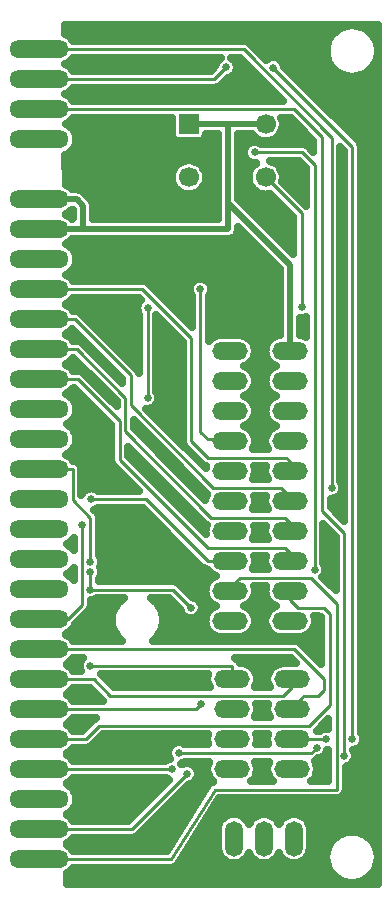
<source format=gbr>
G04 DipTrace 3.2.0.1*
G04 Bottom.gbr*
%MOIN*%
G04 #@! TF.FileFunction,Copper,L2,Bot*
G04 #@! TF.Part,Single*
%AMOUTLINE3*
4,1,4,
-0.033465,-0.033465,
-0.033465,0.033465,
0.033465,0.033465,
0.033465,-0.033465,
-0.033465,-0.033465,
0*%
G04 #@! TA.AperFunction,Conductor*
%ADD13C,0.018992*%
%ADD14C,0.01*%
G04 #@! TA.AperFunction,CopperBalancing*
%ADD15C,0.025*%
%ADD17O,0.19685X0.059055*%
G04 #@! TA.AperFunction,ComponentPad*
%ADD18O,0.11811X0.059055*%
%ADD19O,0.059055X0.11811*%
%ADD20C,0.066929*%
%ADD45OUTLINE3*%
%FSLAX26Y26*%
G04*
G70*
G90*
G75*
G01*
G04 Bottom*
%LPD*%
X557228Y2721478D2*
D13*
X683413D1*
X704142Y2700749D1*
Y2621478D1*
X557228D1*
X704142D2*
X1188591D1*
Y2709999D1*
X1394819Y2503770D1*
Y2215346D1*
X1313260Y2971496D2*
X1188591D1*
Y2709999D1*
X1057354Y2971496D2*
X1313260D1*
X1482965Y893814D2*
D14*
X1464969Y875818D1*
X1023898D1*
X1476374Y1487294D2*
Y2836546D1*
X1435164Y2877756D1*
X1276081D1*
X1063898Y1359782D2*
X1002957Y1420723D1*
X729280D1*
Y1478507D1*
Y1513507D2*
Y1660140D1*
X670657Y1718762D1*
Y1821478D1*
X557228D1*
Y821478D2*
X1001110Y821722D1*
X1095487Y2421892D2*
Y1946942D1*
X1120484Y1921945D1*
X1194799D1*
Y1915315D1*
X728528Y1166344D2*
X1201156D1*
X1201388Y1166112D1*
Y1121815D1*
X1533563Y1759824D2*
Y2927467D1*
X1239552Y3221478D1*
X557228D1*
X1575150Y866312D2*
Y1609131D1*
X1501059Y1683222D1*
Y2928724D1*
X1408306Y3021478D1*
X557228D1*
X1394819Y1815304D2*
Y1847589D1*
X1382576Y1859832D1*
X1120104D1*
X1064823Y1915113D1*
Y2258827D1*
X902172Y2421478D1*
X557228D1*
X1394819Y1715294D2*
Y1728852D1*
X1363846Y1759824D1*
X1138870D1*
X864261Y2034433D1*
Y2134423D1*
X677206Y2321478D1*
X557228D1*
X1394819Y1615283D2*
Y1641361D1*
X1376367Y1659812D1*
X1132643D1*
X844928Y1947528D1*
Y2060016D1*
X683466Y2221478D1*
X557228D1*
X1394819Y1515273D2*
Y1541371D1*
X1376390Y1559801D1*
X1120167D1*
X826765Y1853202D1*
Y1981136D1*
X686424Y2121478D1*
X557228D1*
X1401408Y1021804D2*
X1427657D1*
Y1054241D1*
X1439748Y1066332D1*
X1487650D1*
X1507650Y1086332D1*
Y1122323D1*
X1408495Y1221478D1*
X557228D1*
X1401408Y1121815D2*
Y1096735D1*
X1371005Y1066332D1*
X794971D1*
X739825Y1121478D1*
X557228D1*
X1098898Y1038832D2*
X1081543Y1021478D1*
X557228D1*
X1394819Y1415262D2*
Y1385138D1*
X1420176Y1359781D1*
X1507650D1*
X1527650Y1339781D1*
Y1035496D1*
X1458478Y966324D1*
X758551D1*
X713705Y921478D1*
X557228D1*
X1051398Y806474D2*
X866402Y621478D1*
X557228D1*
X1194799Y1415262D2*
Y1427570D1*
X1227022Y1459793D1*
X1463899D1*
X1551052Y1372639D1*
Y752979D1*
X1143617D1*
X998563Y521478D1*
X557228D1*
X1181488Y3161478D2*
X1141488Y3121478D1*
X557228D1*
X1602650Y921793D2*
Y2895877D1*
X1339211Y3159315D1*
X1401408Y921794D2*
X1515150D1*
Y921793D1*
X732388Y1721627D2*
X914594D1*
X1120949Y1515273D1*
X1194799D1*
X701778Y1634475D2*
Y1370101D1*
X653155Y1321478D1*
X557228D1*
X920505Y2359399D2*
Y2059092D1*
X919869D1*
X1313260Y2794331D2*
X1433066Y2674525D1*
Y2361478D1*
D15*
X1095487Y2421892D3*
X728528Y1166344D3*
X1533563Y1759824D3*
X1575150Y866312D3*
X1098898Y1038832D3*
X1051398Y806474D3*
X1181488Y3161478D3*
X1339211Y3159315D3*
X1602650Y921793D3*
X1515150D3*
X732388Y1721627D3*
X701778Y1634475D3*
X919869Y2059092D3*
X920505Y2359399D3*
X1433066Y2361478D3*
X1001110Y821722D3*
X1063898Y1359782D3*
X1023898Y875818D3*
X1482965Y893814D3*
X1276081Y2877756D3*
X1476374Y1487294D3*
X729280Y1420723D3*
Y1478507D3*
Y1513507D3*
X647489Y3277841D2*
X1540526D1*
X1662832D2*
X1686037D1*
X671280Y3252972D2*
X1522261D1*
X1275749Y3228104D2*
X1514546D1*
X1300617Y3203235D2*
X1514546D1*
X659510Y3178366D2*
X1147200D1*
X1215787D2*
X1239853D1*
X1372242D2*
X1522154D1*
X670885Y3153497D2*
X1130693D1*
X1219088D2*
X1264720D1*
X1387851D2*
X1540311D1*
X1663047D2*
X1686037D1*
X1198706Y3128629D2*
X1289588D1*
X1412719D2*
X1686037D1*
X1166589Y3103760D2*
X1314456D1*
X1437587D2*
X1686037D1*
X660228Y3078891D2*
X1339324D1*
X1462454D2*
X1686037D1*
X670490Y3054022D2*
X1364191D1*
X1487322D2*
X1686037D1*
X1512190Y3029154D2*
X1686037D1*
X1537058Y3004285D2*
X1686037D1*
X660909Y2979416D2*
X997886D1*
X1372170D2*
X1407575D1*
X1561925D2*
X1686037D1*
X673828Y2954547D2*
X997886D1*
X1370160D2*
X1432443D1*
X1586793D2*
X1686037D1*
X684055Y2929678D2*
X999429D1*
X1115275D2*
X1153085D1*
X1224076D2*
X1272077D1*
X1354443D2*
X1457311D1*
X1611661D2*
X1686037D1*
X682117Y2904810D2*
X1153085D1*
X1224076D2*
X1249829D1*
X1446629D2*
X1470050D1*
X1632223D2*
X1686037D1*
X666220Y2879941D2*
X1153085D1*
X1224076D2*
X1237664D1*
X1633658D2*
X1686037D1*
X648386Y2855072D2*
X1153085D1*
X1224076D2*
X1245630D1*
X1633658D2*
X1686037D1*
X648458Y2830203D2*
X1010589D1*
X1104115D2*
X1153085D1*
X1224076D2*
X1266515D1*
X1360005D2*
X1439907D1*
X1633658D2*
X1686037D1*
X648493Y2805335D2*
X998962D1*
X1115741D2*
X1153085D1*
X1224076D2*
X1254852D1*
X1371667D2*
X1445361D1*
X1633658D2*
X1686037D1*
X648565Y2780466D2*
X999608D1*
X1115095D2*
X1153085D1*
X1224076D2*
X1255498D1*
X1371022D2*
X1445361D1*
X1633658D2*
X1686037D1*
X669234Y2755597D2*
X1013101D1*
X1101639D2*
X1153085D1*
X1224076D2*
X1268991D1*
X1394813D2*
X1445361D1*
X1633658D2*
X1686037D1*
X723312Y2730728D2*
X1153085D1*
X1224076D2*
X1334049D1*
X1419680D2*
X1445361D1*
X1633658D2*
X1686037D1*
X739245Y2705860D2*
X1153085D1*
X1241910D2*
X1358916D1*
X1633658D2*
X1686037D1*
X739639Y2680991D2*
X1153085D1*
X1266778D2*
X1383784D1*
X1633658D2*
X1686037D1*
X739639Y2656122D2*
X1153085D1*
X1291646D2*
X1402049D1*
X1633658D2*
X1686037D1*
X1316513Y2631253D2*
X1402049D1*
X1633658D2*
X1686037D1*
X1220416Y2606385D2*
X1243046D1*
X1341381D2*
X1402049D1*
X1633658D2*
X1686037D1*
X663493Y2581516D2*
X1267914D1*
X1366249D2*
X1402049D1*
X1633658D2*
X1686037D1*
X672213Y2556647D2*
X1292782D1*
X1391117D2*
X1402049D1*
X1633658D2*
X1686037D1*
X683696Y2531778D2*
X1317650D1*
X1633658D2*
X1686037D1*
X682727Y2506909D2*
X1342517D1*
X1633658D2*
X1686037D1*
X668409Y2482041D2*
X1359311D1*
X1633658D2*
X1686037D1*
X667835Y2457172D2*
X1085838D1*
X1105135D2*
X1359311D1*
X1633658D2*
X1686037D1*
X934167Y2432303D2*
X1058530D1*
X1132463D2*
X1359311D1*
X1633658D2*
X1686037D1*
X959035Y2407434D2*
X1060001D1*
X1130956D2*
X1359311D1*
X1633658D2*
X1686037D1*
X664641Y2382566D2*
X890448D1*
X983903D2*
X1064487D1*
X1126471D2*
X1359311D1*
X1633658D2*
X1686037D1*
X667368Y2357697D2*
X882051D1*
X1008771D2*
X1064487D1*
X1126471D2*
X1359311D1*
X1633658D2*
X1686037D1*
X708671Y2332828D2*
X889515D1*
X1033638D2*
X1064487D1*
X1126471D2*
X1359311D1*
X1633658D2*
X1686037D1*
X733539Y2307959D2*
X889515D1*
X951499D2*
X972874D1*
X1126471D2*
X1359311D1*
X1430302D2*
X1445361D1*
X1633658D2*
X1686037D1*
X665215Y2283091D2*
X672775D1*
X758407D2*
X889515D1*
X951499D2*
X997742D1*
X1126471D2*
X1359311D1*
X1430302D2*
X1445361D1*
X1633658D2*
X1686037D1*
X666866Y2258222D2*
X697643D1*
X783274D2*
X889515D1*
X951499D2*
X1022610D1*
X1258022D2*
X1331573D1*
X1633658D2*
X1686037D1*
X714413Y2233353D2*
X722537D1*
X808142D2*
X889515D1*
X951499D2*
X1033806D1*
X1276718D2*
X1312913D1*
X1633658D2*
X1686037D1*
X739280Y2208484D2*
X747365D1*
X833010D2*
X889515D1*
X951499D2*
X1033806D1*
X1279409D2*
X1310222D1*
X1633658D2*
X1686037D1*
X665754Y2183615D2*
X678516D1*
X764148D2*
X772246D1*
X857878D2*
X889515D1*
X951499D2*
X1033806D1*
X1269326D2*
X1320305D1*
X1633658D2*
X1686037D1*
X666364Y2158747D2*
X703384D1*
X789016D2*
X797118D1*
X951499D2*
X1033806D1*
X1257269D2*
X1332326D1*
X1633658D2*
X1686037D1*
X716817Y2133878D2*
X728252D1*
X813884D2*
X821984D1*
X951499D2*
X1033806D1*
X1276503D2*
X1313128D1*
X1633658D2*
X1686037D1*
X741685Y2109009D2*
X753120D1*
X951499D2*
X1033806D1*
X1279481D2*
X1310150D1*
X1633658D2*
X1686037D1*
X666292Y2084140D2*
X680957D1*
X766552D2*
X777987D1*
X951499D2*
X1033806D1*
X1269720D2*
X1319910D1*
X1633658D2*
X1686037D1*
X669988Y2059272D2*
X705824D1*
X791420D2*
X802855D1*
X958353D2*
X1033806D1*
X1256515D2*
X1333116D1*
X1633658D2*
X1686037D1*
X683122Y2034403D2*
X730692D1*
X948557D2*
X1033806D1*
X1276287D2*
X1313308D1*
X1633658D2*
X1686037D1*
X683373Y2009534D2*
X755560D1*
X931978D2*
X1033806D1*
X1279553D2*
X1310078D1*
X1633658D2*
X1686037D1*
X670849Y1984665D2*
X780427D1*
X956846D2*
X1033806D1*
X1270079D2*
X1319516D1*
X1633658D2*
X1686037D1*
X669486Y1959797D2*
X795750D1*
X875927D2*
X896082D1*
X981714D2*
X1033806D1*
X1255690D2*
X1333941D1*
X1633658D2*
X1686037D1*
X683014Y1934928D2*
X795750D1*
X900329D2*
X920950D1*
X1006582D2*
X1033806D1*
X1276108D2*
X1313523D1*
X1633658D2*
X1686037D1*
X683480Y1910059D2*
X795750D1*
X925196D2*
X945818D1*
X1279589D2*
X1310042D1*
X1633658D2*
X1686037D1*
X671316Y1885190D2*
X795750D1*
X950064D2*
X970685D1*
X1633658D2*
X1686037D1*
X664713Y1860322D2*
X795750D1*
X862435D2*
X889336D1*
X974932D2*
X995553D1*
X1633658D2*
X1686037D1*
X698014Y1835453D2*
X801958D1*
X887303D2*
X914204D1*
X999800D2*
X1020421D1*
X1633658D2*
X1686037D1*
X701674Y1810584D2*
X826575D1*
X912206D2*
X939071D1*
X1024667D2*
X1045289D1*
X1279696D2*
X1309970D1*
X1633658D2*
X1686037D1*
X701674Y1785715D2*
X851442D1*
X937074D2*
X963939D1*
X1049535D2*
X1070156D1*
X1633658D2*
X1686037D1*
X701674Y1760846D2*
X876310D1*
X961942D2*
X988807D1*
X1074403D2*
X1095060D1*
X1633658D2*
X1686037D1*
X986810Y1735978D2*
X1013675D1*
X1099271D2*
X1113935D1*
X1563038D2*
X1571638D1*
X1633658D2*
X1686037D1*
X1011677Y1711109D2*
X1038542D1*
X1279696D2*
X1309935D1*
X1532070D2*
X1571638D1*
X1633658D2*
X1686037D1*
X745991Y1686240D2*
X907170D1*
X1036545D2*
X1063410D1*
X1540861D2*
X1571638D1*
X1633658D2*
X1686037D1*
X760237Y1661371D2*
X932038D1*
X1061413D2*
X1088278D1*
X1633658D2*
X1686037D1*
X760273Y1636503D2*
X956906D1*
X1086280D2*
X1113756D1*
X1633658D2*
X1686037D1*
X760273Y1611634D2*
X981774D1*
X1279732D2*
X1309899D1*
X1507381D2*
X1529833D1*
X1633658D2*
X1686037D1*
X760273Y1586765D2*
X1006641D1*
X1507381D2*
X1544151D1*
X1633658D2*
X1686037D1*
X760273Y1561896D2*
X1031509D1*
X1507381D2*
X1544151D1*
X1633658D2*
X1686037D1*
X760273Y1537028D2*
X1056377D1*
X1507381D2*
X1544151D1*
X1633658D2*
X1686037D1*
X767737Y1512159D2*
X1081245D1*
X1279768D2*
X1309863D1*
X1507381D2*
X1544151D1*
X1633658D2*
X1686037D1*
X766696Y1487290D2*
X1113038D1*
X1514881D2*
X1544151D1*
X1633658D2*
X1686037D1*
X763969Y1462421D2*
X1138516D1*
X1504905D2*
X1544151D1*
X1633658D2*
X1686037D1*
X1028938Y1437552D2*
X1114653D1*
X1528948D2*
X1544151D1*
X1633658D2*
X1686037D1*
X1053805Y1412684D2*
X1109808D1*
X1279804D2*
X1309827D1*
X1633658D2*
X1686037D1*
X746385Y1387815D2*
X832639D1*
X939012D2*
X993077D1*
X1088972D2*
X1117416D1*
X1272196D2*
X1317434D1*
X1633658D2*
X1686037D1*
X731852Y1362946D2*
X809996D1*
X961655D2*
X1017945D1*
X1102249D2*
X1139592D1*
X1250020D2*
X1339611D1*
X1633658D2*
X1686037D1*
X712547Y1338077D2*
X799948D1*
X971702D2*
X1032693D1*
X1095108D2*
X1114904D1*
X1274708D2*
X1314922D1*
X1633658D2*
X1686037D1*
X687679Y1313209D2*
X797975D1*
X973676D2*
X1109773D1*
X1279804D2*
X1309791D1*
X1479822D2*
X1496640D1*
X1633658D2*
X1686037D1*
X670024Y1288340D2*
X803429D1*
X968222D2*
X1117093D1*
X1272519D2*
X1317111D1*
X1472538D2*
X1496640D1*
X1633658D2*
X1686037D1*
X661017Y1263471D2*
X818178D1*
X953473D2*
X1151326D1*
X1238250D2*
X1351345D1*
X1438268D2*
X1496640D1*
X1633658D2*
X1686037D1*
X1434178Y1238602D2*
X1496640D1*
X1633658D2*
X1686037D1*
X1459045Y1213734D2*
X1496640D1*
X1633658D2*
X1686037D1*
X670455Y1188865D2*
X697930D1*
X1221133D2*
X1398317D1*
X1483913D2*
X1496625D1*
X1633658D2*
X1686037D1*
X660299Y1163996D2*
X690107D1*
X1265558D2*
X1337242D1*
X1633658D2*
X1686037D1*
X1283536Y1139127D2*
X1319264D1*
X1633658D2*
X1686037D1*
X789841Y1114259D2*
X1116878D1*
X1285904D2*
X1316896D1*
X1633658D2*
X1686037D1*
X670849Y1089390D2*
X729113D1*
X1633658D2*
X1686037D1*
X659582Y1064521D2*
X753981D1*
X1633658D2*
X1686037D1*
X1633658Y1039652D2*
X1686037D1*
X1285976Y1014783D2*
X1316824D1*
X1633658D2*
X1686037D1*
X671244Y989915D2*
X740058D1*
X1633658D2*
X1686037D1*
X658864Y965046D2*
X714472D1*
X1499989D2*
X1520036D1*
X1633658D2*
X1686037D1*
X1636098Y940177D2*
X1686037D1*
X750333Y915308D2*
X1116734D1*
X1286048D2*
X1316753D1*
X1640548D2*
X1686037D1*
X671639Y890440D2*
X988484D1*
X1622857D2*
X1686037D1*
X658074Y865571D2*
X986869D1*
X1507776D2*
X1520036D1*
X1613634D2*
X1686037D1*
X1065037Y840702D2*
X1119820D1*
X1282962D2*
X1319839D1*
X1482980D2*
X1520036D1*
X1602941D2*
X1686037D1*
X1088649Y815833D2*
X1116662D1*
X1286120D2*
X1316681D1*
X1486138D2*
X1520036D1*
X1582056D2*
X1686037D1*
X671998Y790965D2*
X979908D1*
X1086388D2*
X1126207D1*
X1276574D2*
X1326226D1*
X1476593D2*
X1520036D1*
X1582056D2*
X1686037D1*
X662488Y766096D2*
X968209D1*
X1053841D2*
X1115693D1*
X1582056D2*
X1686037D1*
X681040Y741227D2*
X943342D1*
X1028973D2*
X1100120D1*
X1579509D2*
X1686037D1*
X684413Y716358D2*
X918474D1*
X1004070D2*
X1084546D1*
X1156793D2*
X1686037D1*
X675945Y691490D2*
X893606D1*
X979202D2*
X1068972D1*
X1141219D2*
X1686037D1*
X656460Y666621D2*
X868738D1*
X954334D2*
X1053363D1*
X1125645D2*
X1179531D1*
X1235164D2*
X1279505D1*
X1335137D2*
X1379514D1*
X1435111D2*
X1686037D1*
X929467Y641752D2*
X1037789D1*
X1110072D2*
X1156458D1*
X1458184D2*
X1686037D1*
X904599Y616883D2*
X1022215D1*
X1094462D2*
X1151829D1*
X1462849D2*
X1686037D1*
X672715Y592014D2*
X1006641D1*
X1078888D2*
X1151829D1*
X1462849D2*
X1541782D1*
X1660284D2*
X1686037D1*
X655563Y567146D2*
X991032D1*
X1063315D2*
X1151829D1*
X1462849D2*
X1522477D1*
X1047741Y542277D2*
X1155202D1*
X1459440D2*
X1514187D1*
X1032131Y517408D2*
X1174615D1*
X1240080D2*
X1274589D1*
X1340053D2*
X1374562D1*
X1440063D2*
X1513649D1*
X673074Y492539D2*
X1520682D1*
X653553Y467671D2*
X1537907D1*
X1664195D2*
X1686037D1*
X653625Y442802D2*
X1590872D1*
X1611243D2*
X1686037D1*
X670806Y492973D2*
X666448Y487039D1*
X660565Y481155D1*
X653833Y476264D1*
X651037Y474699D1*
X651121Y440526D1*
X1688512Y440513D1*
X1688537Y3302689D1*
X644929Y3302710D1*
X644995Y3271064D1*
X650200Y3268726D1*
X657295Y3264378D1*
X663622Y3258974D1*
X669026Y3252647D1*
X670806Y3249982D1*
X1241789Y3249890D1*
X1246206Y3249190D1*
X1250459Y3247808D1*
X1254444Y3245778D1*
X1258062Y3243149D1*
X1315198Y3186137D1*
X1320401Y3190010D1*
X1325435Y3192575D1*
X1330807Y3194320D1*
X1336387Y3195204D1*
X1342036D1*
X1347615Y3194320D1*
X1352988Y3192575D1*
X1358021Y3190010D1*
X1362591Y3186690D1*
X1366586Y3182695D1*
X1369906Y3178125D1*
X1372471Y3173092D1*
X1374217Y3167719D1*
X1374886Y3163949D1*
X1624321Y2914386D1*
X1626950Y2910768D1*
X1628980Y2906783D1*
X1630362Y2902530D1*
X1631062Y2898113D1*
X1631150Y2804013D1*
Y943813D1*
X1634726Y938136D1*
X1636888Y932917D1*
X1638206Y927424D1*
X1638650Y921793D1*
X1638206Y916161D1*
X1636888Y910668D1*
X1634726Y905449D1*
X1631774Y900632D1*
X1628105Y896337D1*
X1623810Y892668D1*
X1618993Y889716D1*
X1613774Y887555D1*
X1608281Y886236D1*
X1605353Y885899D1*
X1608409Y880089D1*
X1610155Y874716D1*
X1611039Y869137D1*
Y863488D1*
X1610155Y857908D1*
X1608409Y852536D1*
X1605845Y847502D1*
X1602524Y842932D1*
X1598530Y838938D1*
X1593960Y835617D1*
X1588926Y833053D1*
X1583554Y831307D1*
X1579542Y830609D1*
X1579465Y750743D1*
X1578765Y746326D1*
X1577383Y742072D1*
X1575353Y738088D1*
X1572724Y734470D1*
X1569562Y731307D1*
X1565944Y728679D1*
X1561959Y726648D1*
X1557706Y725266D1*
X1553289Y724567D1*
X1459189Y724479D1*
X1159377D1*
X1021620Y504726D1*
X1018716Y501325D1*
X1015315Y498421D1*
X1011502Y496084D1*
X1007370Y494372D1*
X1003021Y493328D1*
X998563Y492978D1*
X670833D1*
X650839Y568368D2*
X657295Y564378D1*
X663622Y558974D1*
X669026Y552647D1*
X670806Y549982D1*
X982779Y549978D1*
X1120728Y769960D1*
X1123666Y773331D1*
X1127095Y776202D1*
X1130931Y778500D1*
X1135080Y780171D1*
X1137248Y780758D1*
X1137422Y781461D1*
X1131538Y787345D1*
X1126647Y794077D1*
X1122870Y801491D1*
X1120298Y809404D1*
X1118997Y817623D1*
Y825944D1*
X1120298Y834163D1*
X1122870Y842076D1*
X1125432Y847319D1*
X1045877Y847318D1*
X1040241Y843741D1*
X1035022Y841580D1*
X1031805Y840532D1*
X1033385Y837634D1*
X1037621Y839733D1*
X1042994Y841479D1*
X1048573Y842363D1*
X1054222D1*
X1059802Y841479D1*
X1065174Y839733D1*
X1070208Y837169D1*
X1074778Y833848D1*
X1078772Y829854D1*
X1082093Y825284D1*
X1084657Y820250D1*
X1086403Y814878D1*
X1087287Y809298D1*
Y803649D1*
X1086403Y798070D1*
X1084657Y792697D1*
X1082093Y787664D1*
X1078772Y783094D1*
X1074778Y779099D1*
X1070208Y775779D1*
X1065174Y773214D1*
X1059802Y771468D1*
X1056031Y770799D1*
X884911Y599806D1*
X881293Y597177D1*
X877308Y595147D1*
X873055Y593765D1*
X868638Y593066D1*
X774538Y592978D1*
X670869D1*
X666448Y587039D1*
X660565Y581155D1*
X653833Y576264D1*
X650839Y574587D1*
X650844Y568417D1*
X650640Y668479D2*
X657295Y664378D1*
X663622Y658974D1*
X669026Y652647D1*
X670806Y649982D1*
X854601Y649978D1*
X991616Y786998D1*
X987334Y788462D1*
X982300Y791027D1*
X979178Y793206D1*
X670884Y793040D1*
X666448Y787039D1*
X660565Y781155D1*
X653833Y776264D1*
X650413Y774349D1*
X651558Y771392D1*
X659054Y766799D1*
X665738Y761090D1*
X671447Y754405D1*
X676040Y746910D1*
X679404Y738789D1*
X681456Y730241D1*
X682146Y721478D1*
X681456Y712714D1*
X679404Y704167D1*
X676040Y696045D1*
X671447Y688550D1*
X665738Y681866D1*
X659054Y676157D1*
X651558Y671564D1*
X650607Y671125D1*
X650628Y668533D1*
X650185Y868732D2*
X657295Y864378D1*
X663622Y858974D1*
X669026Y852647D1*
X670770Y850036D1*
X979103Y850210D1*
X984767Y853798D1*
X989986Y855960D1*
X993203Y857008D1*
X990638Y862041D1*
X988892Y867414D1*
X988009Y872993D1*
Y878642D1*
X988892Y884222D1*
X990638Y889594D1*
X993203Y894628D1*
X996523Y899198D1*
X1000518Y903192D1*
X1005088Y906513D1*
X1010121Y909077D1*
X1015494Y910823D1*
X1021073Y911707D1*
X1026722D1*
X1032302Y910823D1*
X1037674Y909077D1*
X1042708Y906513D1*
X1045847Y904320D1*
X1121826Y904318D1*
X1120298Y909415D1*
X1118997Y917633D1*
Y925954D1*
X1120298Y934173D1*
X1121327Y937820D1*
X770327Y937824D1*
X732214Y899806D1*
X728596Y897177D1*
X724611Y895147D1*
X720358Y893765D1*
X715941Y893066D1*
X670823Y892978D1*
X666448Y887039D1*
X660565Y881155D1*
X653833Y876264D1*
X650185Y874223D1*
X650195Y868695D1*
X649978Y968828D2*
X657295Y964378D1*
X663622Y958974D1*
X669026Y952647D1*
X670806Y949982D1*
X701878Y949978D1*
X740042Y987996D1*
X743660Y990624D1*
X747653Y992658D1*
X732462Y992978D1*
X670849D1*
X666448Y987039D1*
X660565Y981155D1*
X653833Y976264D1*
X649978Y974128D1*
Y968811D1*
X649772Y1068923D2*
X657295Y1064378D1*
X663622Y1058974D1*
X669026Y1052647D1*
X670806Y1049982D1*
X770990Y1049978D1*
X728004Y1092994D1*
X670820Y1092978D1*
X666448Y1087039D1*
X660565Y1081155D1*
X653833Y1076264D1*
X649742Y1074019D1*
X649761Y1068928D1*
X649535Y1169032D2*
X653833Y1166691D1*
X660565Y1161800D1*
X666448Y1155916D1*
X670806Y1149982D1*
X696451Y1150000D1*
X694290Y1155219D1*
X692971Y1160712D1*
X692528Y1166344D1*
X692971Y1171975D1*
X694290Y1177468D1*
X696451Y1182687D1*
X699403Y1187504D1*
X703072Y1191800D1*
X704345Y1192976D1*
X670824Y1192978D1*
X666448Y1187039D1*
X660565Y1181155D1*
X653833Y1176264D1*
X649535Y1173923D1*
X649329Y1269127D2*
X653833Y1266691D1*
X660565Y1261800D1*
X666448Y1255916D1*
X670806Y1249982D1*
X835151Y1249978D1*
X830268Y1253847D1*
X825336Y1258407D1*
X820776Y1263339D1*
X816618Y1268614D1*
X812886Y1274199D1*
X809604Y1280060D1*
X806791Y1286160D1*
X804467Y1292462D1*
X802643Y1298927D1*
X801333Y1305515D1*
X800543Y1312186D1*
X800280Y1318898D1*
X800543Y1325610D1*
X801333Y1332280D1*
X802643Y1338868D1*
X804467Y1345333D1*
X806791Y1351635D1*
X809604Y1357735D1*
X812886Y1363596D1*
X816618Y1369181D1*
X820776Y1374456D1*
X825336Y1379389D1*
X830268Y1383948D1*
X835543Y1388107D1*
X841792Y1392210D1*
X751301Y1392223D1*
X745623Y1388647D1*
X740404Y1386485D1*
X734911Y1385166D1*
X730284Y1384763D1*
X730190Y1367865D1*
X729491Y1363448D1*
X728109Y1359195D1*
X726078Y1355210D1*
X723450Y1351592D1*
X676301Y1304318D1*
X673374Y1297404D1*
X669026Y1290309D1*
X663622Y1283982D1*
X657295Y1278577D1*
X650200Y1274230D1*
X649329Y1273828D1*
X651387Y1471471D2*
X659054Y1466799D1*
X665738Y1461090D1*
X671447Y1454405D1*
X673270Y1451677D1*
X673278Y1491210D1*
X668724Y1485096D1*
X662508Y1478880D1*
X655396Y1473713D1*
X651387Y1471485D1*
Y1571471D2*
X659054Y1566799D1*
X665738Y1561090D1*
X671447Y1554405D1*
X673270Y1551677D1*
X673278Y1591255D1*
X668724Y1585096D1*
X662508Y1578880D1*
X655396Y1573713D1*
X651387Y1571485D1*
X648029Y1869727D2*
X653833Y1866691D1*
X660565Y1861800D1*
X666448Y1855916D1*
X670806Y1849982D1*
X675116Y1849627D1*
X679465Y1848583D1*
X683596Y1846872D1*
X687409Y1844535D1*
X690810Y1841630D1*
X693715Y1838230D1*
X696051Y1834416D1*
X697763Y1830285D1*
X698807Y1825936D1*
X699157Y1821469D1*
X699158Y1735463D1*
X701693Y1740437D1*
X705014Y1745007D1*
X709008Y1749002D1*
X713579Y1752322D1*
X718612Y1754887D1*
X723984Y1756633D1*
X729564Y1757516D1*
X735213D1*
X740792Y1756633D1*
X746165Y1754887D1*
X751198Y1752322D1*
X754338Y1750130D1*
X889525Y1750127D1*
X805093Y1834693D1*
X802465Y1838311D1*
X800434Y1842296D1*
X799052Y1846549D1*
X798353Y1850966D1*
X798265Y1945066D1*
Y1969359D1*
X674643Y2092954D1*
X669026Y2090309D1*
X663622Y2083982D1*
X657295Y2078577D1*
X650200Y2074230D1*
X647822Y2073133D1*
X655396Y2069242D1*
X662508Y2064075D1*
X668724Y2057860D1*
X673891Y2050748D1*
X677881Y2042915D1*
X680598Y2034555D1*
X681973Y2025873D1*
Y2017082D1*
X680598Y2008400D1*
X677881Y2000040D1*
X673891Y1992207D1*
X668724Y1985096D1*
X662508Y1978880D1*
X655396Y1973713D1*
X651558Y1971392D1*
X659054Y1966799D1*
X665738Y1961090D1*
X671447Y1954405D1*
X676040Y1946910D1*
X679404Y1938789D1*
X681456Y1930241D1*
X682146Y1921478D1*
X681456Y1912714D1*
X679404Y1904167D1*
X676040Y1896045D1*
X671447Y1888550D1*
X665738Y1881866D1*
X659054Y1876157D1*
X651558Y1871564D1*
X648016Y1869931D1*
X647379Y2170026D2*
X653833Y2166691D1*
X660565Y2161800D1*
X666448Y2155916D1*
X670806Y2149982D1*
X688660Y2149890D1*
X693077Y2149190D1*
X697330Y2147808D1*
X701315Y2145778D1*
X704933Y2143149D1*
X771534Y2076673D1*
X816420Y2031787D1*
X816428Y2048183D1*
X671643Y2192995D1*
X666448Y2187039D1*
X660565Y2181155D1*
X653833Y2176264D1*
X647379Y2172929D1*
X647172Y2270121D2*
X653833Y2266691D1*
X660565Y2261800D1*
X666448Y2255916D1*
X670806Y2249982D1*
X685702Y2249890D1*
X690119Y2249190D1*
X694372Y2247808D1*
X698357Y2245778D1*
X701975Y2243149D1*
X768576Y2176673D1*
X835741Y2109508D1*
X835761Y2122601D1*
X668597Y2289782D1*
X663622Y2283982D1*
X657295Y2278577D1*
X650200Y2274230D1*
X647143Y2272820D1*
X646936Y2370230D2*
X653833Y2366691D1*
X660565Y2361800D1*
X666448Y2355916D1*
X670806Y2349982D1*
X679442Y2349890D1*
X683859Y2349190D1*
X688113Y2347808D1*
X692097Y2345778D1*
X695715Y2343149D1*
X762316Y2276673D1*
X885933Y2152932D1*
X888561Y2149314D1*
X890592Y2145329D1*
X891975Y2141067D1*
X892005Y2337374D1*
X888429Y2343055D1*
X886267Y2348274D1*
X884948Y2353767D1*
X884505Y2359399D1*
X884948Y2365031D1*
X886267Y2370524D1*
X888429Y2375743D1*
X891381Y2380559D1*
X895049Y2384855D1*
X896841Y2386511D1*
X890371Y2392973D1*
X670827Y2392978D1*
X666448Y2387039D1*
X660565Y2381155D1*
X653833Y2376264D1*
X646936Y2372725D1*
X647822Y2469822D2*
X653833Y2466691D1*
X660565Y2461800D1*
X666448Y2455916D1*
X670806Y2449982D1*
X904408Y2449890D1*
X908825Y2449190D1*
X913078Y2447808D1*
X917063Y2445778D1*
X920681Y2443149D1*
X987282Y2376673D1*
X1066981Y2296973D1*
X1066987Y2399908D1*
X1063411Y2405549D1*
X1061249Y2410768D1*
X1059930Y2416261D1*
X1059487Y2421892D1*
X1059930Y2427524D1*
X1061249Y2433017D1*
X1063411Y2438236D1*
X1066362Y2443053D1*
X1070031Y2447348D1*
X1074327Y2451017D1*
X1079143Y2453969D1*
X1084362Y2456130D1*
X1089855Y2457449D1*
X1095487Y2457892D1*
X1101119Y2457449D1*
X1106611Y2456130D1*
X1111831Y2453969D1*
X1116647Y2451017D1*
X1120943Y2447348D1*
X1124611Y2443053D1*
X1127563Y2438236D1*
X1129725Y2433017D1*
X1131044Y2427524D1*
X1131487Y2421892D1*
X1131044Y2416261D1*
X1129725Y2410768D1*
X1127563Y2405549D1*
X1123989Y2399943D1*
X1123987Y2248608D1*
X1127776Y2252843D1*
X1134103Y2258247D1*
X1141198Y2262594D1*
X1148885Y2265779D1*
X1156976Y2267721D1*
X1165288Y2268373D1*
X1228487Y2268211D1*
X1236706Y2266909D1*
X1244620Y2264338D1*
X1252034Y2260560D1*
X1258765Y2255669D1*
X1264649Y2249785D1*
X1269540Y2243053D1*
X1273318Y2235639D1*
X1275889Y2227725D1*
X1277191Y2219507D1*
Y2211186D1*
X1275889Y2202967D1*
X1273318Y2195054D1*
X1269540Y2187640D1*
X1264649Y2180908D1*
X1258765Y2175024D1*
X1252034Y2170133D1*
X1244620Y2166355D1*
X1241919Y2165359D1*
X1248401Y2162584D1*
X1255496Y2158236D1*
X1261823Y2152832D1*
X1267227Y2146505D1*
X1271575Y2139410D1*
X1274759Y2131722D1*
X1276701Y2123631D1*
X1277354Y2115336D1*
X1276701Y2107041D1*
X1274759Y2098950D1*
X1271575Y2091262D1*
X1267227Y2084167D1*
X1261823Y2077840D1*
X1255496Y2072436D1*
X1248401Y2068088D1*
X1241919Y2065348D1*
X1248401Y2062573D1*
X1255496Y2058226D1*
X1261823Y2052822D1*
X1267227Y2046494D1*
X1271575Y2039399D1*
X1274759Y2031712D1*
X1276701Y2023621D1*
X1277354Y2015325D1*
X1276701Y2007030D1*
X1274759Y1998939D1*
X1271575Y1991251D1*
X1267227Y1984157D1*
X1261823Y1977829D1*
X1255496Y1972425D1*
X1248401Y1968078D1*
X1241919Y1965338D1*
X1248401Y1962563D1*
X1255496Y1958215D1*
X1261823Y1952811D1*
X1267227Y1946484D1*
X1271575Y1939389D1*
X1274759Y1931701D1*
X1276701Y1923610D1*
X1277354Y1915315D1*
X1276701Y1907020D1*
X1274759Y1898929D1*
X1271575Y1891241D1*
X1269946Y1888332D1*
X1319656D1*
X1316300Y1895022D1*
X1313729Y1902936D1*
X1312427Y1911154D1*
Y1919475D1*
X1313729Y1927694D1*
X1316300Y1935608D1*
X1320078Y1943022D1*
X1324969Y1949754D1*
X1330853Y1955637D1*
X1337585Y1960528D1*
X1344999Y1964306D1*
X1347699Y1965302D1*
X1341217Y1968078D1*
X1334123Y1972425D1*
X1327795Y1977829D1*
X1322391Y1984157D1*
X1318043Y1991251D1*
X1314859Y1998939D1*
X1312917Y2007030D1*
X1312264Y2015325D1*
X1312917Y2023621D1*
X1314859Y2031712D1*
X1318043Y2039399D1*
X1322391Y2046494D1*
X1327795Y2052822D1*
X1334123Y2058226D1*
X1341217Y2062573D1*
X1347699Y2065313D1*
X1341217Y2068088D1*
X1334123Y2072436D1*
X1327795Y2077840D1*
X1322391Y2084167D1*
X1318043Y2091262D1*
X1314859Y2098950D1*
X1312917Y2107041D1*
X1312264Y2115336D1*
X1312917Y2123631D1*
X1314859Y2131722D1*
X1318043Y2139410D1*
X1322391Y2146505D1*
X1327795Y2152832D1*
X1334123Y2158236D1*
X1341217Y2162584D1*
X1347699Y2165323D1*
X1341217Y2168099D1*
X1334123Y2172446D1*
X1327795Y2177850D1*
X1322391Y2184178D1*
X1318043Y2191272D1*
X1314859Y2198960D1*
X1312917Y2207051D1*
X1312264Y2215346D1*
X1312917Y2223642D1*
X1314859Y2231733D1*
X1318043Y2239420D1*
X1322391Y2246515D1*
X1327795Y2252843D1*
X1334123Y2258247D1*
X1341217Y2262594D1*
X1348905Y2265779D1*
X1356996Y2267721D1*
X1361830Y2268238D1*
X1361823Y2490112D1*
X1221603Y2630323D1*
X1221485Y2618889D1*
X1220675Y2613775D1*
X1219075Y2608851D1*
X1216724Y2604237D1*
X1213681Y2600048D1*
X1210020Y2596387D1*
X1205831Y2593344D1*
X1201218Y2590993D1*
X1196293Y2589393D1*
X1191179Y2588583D1*
X1124286Y2588482D1*
X667648Y2588481D1*
X663622Y2583982D1*
X657295Y2578577D1*
X650200Y2574230D1*
X647822Y2573133D1*
X655396Y2569242D1*
X662508Y2564075D1*
X668724Y2557860D1*
X673891Y2550748D1*
X677881Y2542915D1*
X680598Y2534555D1*
X681973Y2525873D1*
Y2517082D1*
X680598Y2508400D1*
X677881Y2500040D1*
X673891Y2492207D1*
X668724Y2485096D1*
X662508Y2478880D1*
X655396Y2473713D1*
X647860Y2469859D1*
X646281Y2670519D2*
X653833Y2666691D1*
X660565Y2661800D1*
X666448Y2655916D1*
X667586Y2654473D1*
X671146Y2658223D1*
Y2687110D1*
X666448Y2687039D1*
X660565Y2681155D1*
X653833Y2676264D1*
X646281Y2672436D1*
X646294Y2670507D1*
X646068Y2770598D2*
X653833Y2766691D1*
X660565Y2761800D1*
X666448Y2755916D1*
X667586Y2754473D1*
X686002Y2754372D1*
X691116Y2753562D1*
X696040Y2751962D1*
X700654Y2749612D1*
X704843Y2746568D1*
X727474Y2724081D1*
X730836Y2720144D1*
X733542Y2715729D1*
X735523Y2710946D1*
X736732Y2705911D1*
X737138Y2700749D1*
Y2654495D1*
X1155601Y2654474D1*
X1155594Y2938473D1*
X1114354Y2938500D1*
X1114030Y2934355D1*
X1112530Y2929038D1*
X1109831Y2924218D1*
X1106081Y2920162D1*
X1101488Y2917093D1*
X1096305Y2915181D1*
X1090819Y2914531D1*
X1022046Y2914604D1*
X1016628Y2915682D1*
X1011611Y2917994D1*
X1007273Y2921414D1*
X1003853Y2925753D1*
X1001540Y2930770D1*
X1000462Y2936188D1*
X1000390Y2992970D1*
X670850Y2992978D1*
X666448Y2987039D1*
X660565Y2981155D1*
X653833Y2976264D1*
X647822Y2973133D1*
X655396Y2969242D1*
X662508Y2964075D1*
X668724Y2957860D1*
X673891Y2950748D1*
X677881Y2942915D1*
X680598Y2934555D1*
X681973Y2925873D1*
Y2917082D1*
X680598Y2908400D1*
X677881Y2900040D1*
X673891Y2892207D1*
X668724Y2885096D1*
X662508Y2878880D1*
X655396Y2873713D1*
X647564Y2869722D1*
X645871Y2869098D1*
X646078Y2770624D1*
X645427Y3070835D2*
X650200Y3068726D1*
X657295Y3064378D1*
X663622Y3058974D1*
X669026Y3052647D1*
X670806Y3049982D1*
X1370759Y3049978D1*
X1227725Y3193000D1*
X1198896Y3192978D1*
X1202648Y3190602D1*
X1206944Y3186934D1*
X1210613Y3182638D1*
X1213564Y3177821D1*
X1215726Y3172602D1*
X1217045Y3167109D1*
X1217488Y3161478D1*
X1217045Y3155846D1*
X1215726Y3150353D1*
X1213564Y3145134D1*
X1210613Y3140317D1*
X1206944Y3136022D1*
X1202648Y3132353D1*
X1197832Y3129401D1*
X1192613Y3127240D1*
X1186122Y3125803D1*
X1159998Y3099806D1*
X1156379Y3097177D1*
X1152395Y3095147D1*
X1148141Y3093765D1*
X1143724Y3093065D1*
X1049625Y3092978D1*
X670867D1*
X666448Y3087039D1*
X660565Y3081155D1*
X653833Y3076264D1*
X646419Y3072487D1*
X645427Y3072121D1*
X645213Y3170913D2*
X650200Y3168726D1*
X657295Y3164378D1*
X663622Y3158974D1*
X669026Y3152647D1*
X670806Y3149982D1*
X1129689Y3149978D1*
X1145771Y3166065D1*
X1147250Y3172602D1*
X1149412Y3177821D1*
X1152364Y3182638D1*
X1156032Y3186934D1*
X1160328Y3190602D1*
X1164114Y3192977D1*
X670824Y3192978D1*
X666448Y3187039D1*
X660565Y3181155D1*
X653833Y3176264D1*
X646419Y3172487D1*
X645213Y3172042D1*
X1686331Y521291D2*
X1685541Y514620D1*
X1684231Y508032D1*
X1682408Y501567D1*
X1680083Y495265D1*
X1677270Y489165D1*
X1673988Y483304D1*
X1670256Y477719D1*
X1666098Y472444D1*
X1661538Y467512D1*
X1656606Y462952D1*
X1651331Y458793D1*
X1645746Y455062D1*
X1639885Y451779D1*
X1633785Y448967D1*
X1627483Y446642D1*
X1621018Y444819D1*
X1614430Y443509D1*
X1607759Y442719D1*
X1601047Y442455D1*
X1594335Y442719D1*
X1587665Y443509D1*
X1581077Y444819D1*
X1574612Y446642D1*
X1568310Y448967D1*
X1562210Y451779D1*
X1556349Y455062D1*
X1550764Y458793D1*
X1545489Y462952D1*
X1540556Y467512D1*
X1535997Y472444D1*
X1531838Y477719D1*
X1528106Y483304D1*
X1524824Y489165D1*
X1522012Y495265D1*
X1519687Y501567D1*
X1517864Y508032D1*
X1516553Y514620D1*
X1515764Y521291D1*
X1515500Y528003D1*
X1515764Y534715D1*
X1516553Y541385D1*
X1517864Y547973D1*
X1519687Y554438D1*
X1522012Y560740D1*
X1524824Y566840D1*
X1528106Y572701D1*
X1531838Y578286D1*
X1535997Y583561D1*
X1540556Y588494D1*
X1545489Y593053D1*
X1550764Y597212D1*
X1556349Y600944D1*
X1562210Y604226D1*
X1568310Y607038D1*
X1574612Y609363D1*
X1581077Y611186D1*
X1587665Y612497D1*
X1594335Y613286D1*
X1601047Y613550D1*
X1607759Y613286D1*
X1614430Y612497D1*
X1621018Y611186D1*
X1627483Y609363D1*
X1633785Y607038D1*
X1639885Y604226D1*
X1645746Y600944D1*
X1651331Y597212D1*
X1656606Y593053D1*
X1661538Y588494D1*
X1666098Y583561D1*
X1670256Y578286D1*
X1673988Y572701D1*
X1677270Y566840D1*
X1680083Y560740D1*
X1682408Y554438D1*
X1684231Y547973D1*
X1685541Y541385D1*
X1686331Y534715D1*
X1686594Y528003D1*
X1686331Y521291D1*
X1686967Y3208847D2*
X1686178Y3202177D1*
X1684867Y3195588D1*
X1683044Y3189124D1*
X1680719Y3182822D1*
X1677907Y3176721D1*
X1674625Y3170861D1*
X1670893Y3165276D1*
X1666734Y3160001D1*
X1662175Y3155068D1*
X1657242Y3150508D1*
X1651967Y3146350D1*
X1646382Y3142618D1*
X1640521Y3139336D1*
X1634421Y3136524D1*
X1628119Y3134199D1*
X1621654Y3132375D1*
X1615066Y3131065D1*
X1608396Y3130276D1*
X1601684Y3130012D1*
X1594972Y3130276D1*
X1588301Y3131065D1*
X1581713Y3132375D1*
X1575248Y3134199D1*
X1568946Y3136524D1*
X1562846Y3139336D1*
X1556985Y3142618D1*
X1551400Y3146350D1*
X1546125Y3150508D1*
X1541193Y3155068D1*
X1536633Y3160001D1*
X1532475Y3165276D1*
X1528743Y3170861D1*
X1525461Y3176721D1*
X1522648Y3182822D1*
X1520323Y3189124D1*
X1518500Y3195588D1*
X1517190Y3202177D1*
X1516400Y3208847D1*
X1516136Y3215559D1*
X1516400Y3222271D1*
X1517190Y3228942D1*
X1518500Y3235530D1*
X1520323Y3241995D1*
X1522648Y3248297D1*
X1525461Y3254397D1*
X1528743Y3260257D1*
X1532475Y3265842D1*
X1536633Y3271118D1*
X1541193Y3276050D1*
X1546125Y3280610D1*
X1551400Y3284768D1*
X1556985Y3288500D1*
X1562846Y3291782D1*
X1568946Y3294594D1*
X1575248Y3296919D1*
X1581713Y3298743D1*
X1588301Y3300053D1*
X1594972Y3300843D1*
X1601684Y3301106D1*
X1608396Y3300843D1*
X1615066Y3300053D1*
X1621654Y3298743D1*
X1628119Y3296919D1*
X1634421Y3294594D1*
X1640521Y3291782D1*
X1646382Y3288500D1*
X1651967Y3284768D1*
X1657242Y3280610D1*
X1662175Y3276050D1*
X1666734Y3271118D1*
X1670893Y3265842D1*
X1674625Y3260257D1*
X1677907Y3254397D1*
X1680719Y3248297D1*
X1683044Y3241995D1*
X1684867Y3235530D1*
X1686178Y3228942D1*
X1686967Y3222271D1*
X1687231Y3215559D1*
X1686967Y3208847D1*
X1113334Y1825657D2*
X1114897Y1831800D1*
X1109197Y1833501D1*
X1105212Y1835532D1*
X1101594Y1838160D1*
X1044670Y1894960D1*
X1041766Y1898361D1*
X1039429Y1902174D1*
X1037718Y1906306D1*
X1036674Y1910654D1*
X1036323Y1915113D1*
Y2247006D1*
X948985Y2334359D1*
X949005Y2080256D1*
X951945Y2075436D1*
X954107Y2070216D1*
X955426Y2064724D1*
X955869Y2059092D1*
X955426Y2053460D1*
X954107Y2047967D1*
X951945Y2042748D1*
X948993Y2037932D1*
X945325Y2033636D1*
X941029Y2029967D1*
X936212Y2027016D1*
X930993Y2024854D1*
X925500Y2023535D1*
X919869Y2023092D1*
X915630Y2023370D1*
X1113312Y1825687D1*
X1277232Y1811207D2*
X1275930Y1802988D1*
X1273359Y1795075D1*
X1269954Y1788328D1*
X1319619Y1788324D1*
X1316300Y1795012D1*
X1313729Y1802925D1*
X1312427Y1811144D1*
Y1819465D1*
X1313729Y1827683D1*
X1314758Y1831331D1*
X1274959Y1831332D1*
X1276742Y1823663D1*
X1277395Y1815367D1*
X1277232Y1811207D1*
X1357341Y637646D2*
X1360070Y644098D1*
X1364417Y651192D1*
X1369821Y657520D1*
X1376149Y662924D1*
X1383244Y667272D1*
X1390931Y670456D1*
X1399022Y672398D1*
X1407318Y673051D1*
X1415613Y672398D1*
X1423704Y670456D1*
X1431392Y667272D1*
X1438486Y662924D1*
X1444814Y657520D1*
X1450218Y651192D1*
X1454565Y644098D1*
X1457750Y636410D1*
X1459692Y628319D1*
X1460345Y620024D1*
X1460182Y556808D1*
X1458880Y548589D1*
X1456309Y540676D1*
X1452531Y533262D1*
X1447640Y526530D1*
X1441756Y520646D1*
X1435024Y515755D1*
X1427610Y511977D1*
X1419697Y509406D1*
X1411478Y508104D1*
X1403157D1*
X1394939Y509406D1*
X1387025Y511977D1*
X1379611Y515755D1*
X1372879Y520646D1*
X1366995Y526530D1*
X1362104Y533262D1*
X1358327Y540676D1*
X1357341Y543346D1*
X1354576Y536894D1*
X1350228Y529800D1*
X1344824Y523472D1*
X1338497Y518068D1*
X1331402Y513721D1*
X1323715Y510536D1*
X1315623Y508594D1*
X1307328Y507941D1*
X1299033Y508594D1*
X1290942Y510536D1*
X1283254Y513721D1*
X1276159Y518068D1*
X1269832Y523472D1*
X1264428Y529800D1*
X1260080Y536894D1*
X1257352Y543346D1*
X1254586Y536894D1*
X1250239Y529800D1*
X1244835Y523472D1*
X1238507Y518068D1*
X1231413Y513721D1*
X1223725Y510536D1*
X1215634Y508594D1*
X1207339Y507941D1*
X1199043Y508594D1*
X1190952Y510536D1*
X1183265Y513721D1*
X1176170Y518068D1*
X1169842Y523472D1*
X1164438Y529800D1*
X1160091Y536894D1*
X1156906Y544582D1*
X1154964Y552673D1*
X1154312Y560985D1*
X1154474Y624184D1*
X1155776Y632403D1*
X1158348Y640316D1*
X1162125Y647730D1*
X1167016Y654462D1*
X1172900Y660346D1*
X1179632Y665237D1*
X1187046Y669015D1*
X1194960Y671586D1*
X1203178Y672888D1*
X1211499D1*
X1219718Y671586D1*
X1227631Y669015D1*
X1235045Y665237D1*
X1241777Y660346D1*
X1247661Y654462D1*
X1252552Y647730D1*
X1256330Y640316D1*
X1257315Y637646D1*
X1260080Y644098D1*
X1264428Y651192D1*
X1269832Y657520D1*
X1276159Y662924D1*
X1283254Y667272D1*
X1290942Y670456D1*
X1299033Y672398D1*
X1307328Y673051D1*
X1315623Y672398D1*
X1323715Y670456D1*
X1331402Y667272D1*
X1338497Y662924D1*
X1344824Y657520D1*
X1350228Y651192D1*
X1354576Y644098D1*
X1357304Y637646D1*
X1326262Y1094832D2*
X1322890Y1101522D1*
X1320318Y1109436D1*
X1319016Y1117654D1*
Y1125975D1*
X1320318Y1134194D1*
X1322890Y1142108D1*
X1326667Y1149522D1*
X1331558Y1156254D1*
X1337442Y1162137D1*
X1344174Y1167028D1*
X1351588Y1170806D1*
X1359502Y1173377D1*
X1367720Y1174679D1*
X1399440Y1174842D1*
X1414834D1*
X1396684Y1192984D1*
X1211311Y1192978D1*
X1216047Y1190644D1*
X1219665Y1188015D1*
X1223060Y1184621D1*
X1225689Y1181003D1*
X1227719Y1177018D1*
X1228496Y1174910D1*
X1239211Y1174190D1*
X1247302Y1172247D1*
X1254990Y1169063D1*
X1262085Y1164715D1*
X1268412Y1159311D1*
X1273816Y1152984D1*
X1278164Y1145889D1*
X1281348Y1138201D1*
X1283291Y1130110D1*
X1283944Y1121815D1*
X1283291Y1113520D1*
X1281348Y1105429D1*
X1278164Y1097741D1*
X1276535Y1094832D1*
X1326237D1*
X1126242D2*
X1122870Y1101522D1*
X1120298Y1109436D1*
X1118997Y1117654D1*
Y1125975D1*
X1120298Y1134194D1*
X1121327Y1137841D1*
X763764Y1137844D1*
X806793Y1094815D1*
X1126218Y1094832D1*
X1326262Y994821D2*
X1322890Y1001512D1*
X1320318Y1009425D1*
X1319016Y1017644D1*
Y1025965D1*
X1320318Y1034183D1*
X1321347Y1037831D1*
X1281474Y1037832D1*
X1283291Y1030100D1*
X1283944Y1021804D1*
X1283291Y1013509D1*
X1281348Y1005418D1*
X1278164Y997730D1*
X1276535Y994821D1*
X1326203Y994824D1*
X1321848Y904324D2*
X1320318Y909415D1*
X1319016Y917633D1*
Y925954D1*
X1320318Y934173D1*
X1321347Y937820D1*
X1281461Y937824D1*
X1283291Y930089D1*
X1283944Y921794D1*
X1283291Y913499D1*
X1281348Y905408D1*
X1281115Y904318D1*
X1321844D1*
X1337430Y781472D2*
X1331558Y787345D1*
X1326667Y794077D1*
X1322890Y801491D1*
X1320318Y809404D1*
X1319016Y817623D1*
Y825944D1*
X1320318Y834163D1*
X1322890Y842076D1*
X1325451Y847319D1*
X1277402Y847318D1*
X1279907Y842076D1*
X1282478Y834163D1*
X1283780Y825944D1*
Y817623D1*
X1282478Y809404D1*
X1279907Y801491D1*
X1276129Y794077D1*
X1271238Y787345D1*
X1265367Y781472D1*
X1337427Y781479D1*
X1483800Y817623D2*
X1482498Y809404D1*
X1479927Y801491D1*
X1476149Y794077D1*
X1471258Y787345D1*
X1465386Y781472D1*
X1522518Y781479D1*
X1522552Y886576D1*
X1518095Y885918D1*
X1516224Y880037D1*
X1513660Y875004D1*
X1510339Y870434D1*
X1506345Y866439D1*
X1501775Y863119D1*
X1496741Y860554D1*
X1491369Y858808D1*
X1487598Y858139D1*
X1481720Y852761D1*
X1476149Y849490D1*
X1479927Y842076D1*
X1482498Y834163D1*
X1483800Y825944D1*
Y817623D1*
X1165289Y1262225D2*
X1156978Y1262877D1*
X1148887Y1264820D1*
X1141199Y1268004D1*
X1134104Y1272352D1*
X1127777Y1277756D1*
X1122373Y1284083D1*
X1118025Y1291178D1*
X1114841Y1298866D1*
X1112898Y1306957D1*
X1112245Y1315252D1*
X1112898Y1323547D1*
X1114841Y1331638D1*
X1118025Y1339326D1*
X1122373Y1346421D1*
X1127777Y1352748D1*
X1134104Y1358152D1*
X1141199Y1362500D1*
X1147681Y1365239D1*
X1141198Y1368015D1*
X1134103Y1372362D1*
X1127776Y1377766D1*
X1122371Y1384094D1*
X1118024Y1391188D1*
X1114839Y1398876D1*
X1112897Y1406967D1*
X1112244Y1415262D1*
X1112897Y1423558D1*
X1114839Y1431649D1*
X1118024Y1439336D1*
X1122371Y1446431D1*
X1127776Y1452759D1*
X1134103Y1458163D1*
X1141198Y1462510D1*
X1147680Y1465250D1*
X1141198Y1468025D1*
X1134103Y1472373D1*
X1127776Y1477777D1*
X1122371Y1484104D1*
X1120591Y1486768D1*
X1114296Y1487560D1*
X1110042Y1488942D1*
X1106058Y1490973D1*
X1102439Y1493601D1*
X1035839Y1560078D1*
X902803Y1693113D1*
X754372Y1693127D1*
X748732Y1689551D1*
X742588Y1687129D1*
X750951Y1678650D1*
X753580Y1675032D1*
X755610Y1671047D1*
X756992Y1666794D1*
X757692Y1662377D1*
X757780Y1568277D1*
Y1535515D1*
X761356Y1529850D1*
X763518Y1524631D1*
X764836Y1519138D1*
X765280Y1513507D1*
X764836Y1507875D1*
X763518Y1502382D1*
X761356Y1497163D1*
X760725Y1496036D1*
X763518Y1489631D1*
X764836Y1484138D1*
X765280Y1478507D1*
X764836Y1472875D1*
X763518Y1467382D1*
X761356Y1462163D1*
X757782Y1456557D1*
X757780Y1449189D1*
X1005193Y1449135D1*
X1009610Y1448436D1*
X1013863Y1447054D1*
X1017848Y1445023D1*
X1021466Y1442395D1*
X1068503Y1395482D1*
X1075022Y1394020D1*
X1080241Y1391858D1*
X1085058Y1388907D1*
X1089353Y1385238D1*
X1093022Y1380942D1*
X1095974Y1376126D1*
X1098136Y1370907D1*
X1099454Y1365414D1*
X1099898Y1359782D1*
X1099454Y1354151D1*
X1098136Y1348658D1*
X1095974Y1343438D1*
X1093022Y1338622D1*
X1089353Y1334326D1*
X1085058Y1330658D1*
X1080241Y1327706D1*
X1075022Y1325544D1*
X1069529Y1324225D1*
X1063898Y1323782D1*
X1058266Y1324225D1*
X1052773Y1325544D1*
X1047554Y1327706D1*
X1042737Y1330658D1*
X1038442Y1334326D1*
X1034773Y1338622D1*
X1031821Y1343438D1*
X1029660Y1348658D1*
X1028223Y1355148D1*
X991145Y1392230D1*
X929861Y1392223D1*
X936110Y1388107D1*
X941385Y1383948D1*
X946318Y1379389D1*
X950877Y1374456D1*
X955036Y1369181D1*
X958768Y1363596D1*
X962050Y1357735D1*
X964862Y1351635D1*
X967187Y1345333D1*
X969010Y1338868D1*
X970321Y1332280D1*
X971110Y1325610D1*
X971374Y1318898D1*
X971110Y1312186D1*
X970321Y1305515D1*
X969010Y1298927D1*
X967187Y1292462D1*
X964862Y1286160D1*
X962050Y1280060D1*
X958768Y1274199D1*
X955036Y1268614D1*
X950877Y1263339D1*
X946318Y1258407D1*
X941385Y1253847D1*
X936460Y1249965D1*
X1410731Y1249890D1*
X1415148Y1249190D1*
X1419401Y1247808D1*
X1423386Y1245778D1*
X1427004Y1243149D1*
X1493605Y1176673D1*
X1499162Y1171116D1*
X1499149Y1327988D1*
X1489277Y1331281D1*
X1474887D1*
X1476721Y1323547D1*
X1477374Y1315252D1*
X1476721Y1306957D1*
X1474779Y1298866D1*
X1471594Y1291178D1*
X1467247Y1284083D1*
X1461843Y1277756D1*
X1455515Y1272352D1*
X1448420Y1268004D1*
X1440733Y1264820D1*
X1432642Y1262877D1*
X1424347Y1262224D1*
X1361131Y1262388D1*
X1352912Y1263690D1*
X1344999Y1266261D1*
X1337585Y1270039D1*
X1330853Y1274929D1*
X1324969Y1280813D1*
X1320078Y1287545D1*
X1316300Y1294959D1*
X1313729Y1302873D1*
X1312427Y1311091D1*
Y1319412D1*
X1313729Y1327631D1*
X1316300Y1335545D1*
X1320078Y1342959D1*
X1324969Y1349691D1*
X1330853Y1355574D1*
X1337585Y1360465D1*
X1344999Y1364243D1*
X1347699Y1365239D1*
X1341217Y1368015D1*
X1334123Y1372362D1*
X1327795Y1377766D1*
X1322391Y1384094D1*
X1318043Y1391188D1*
X1314859Y1398876D1*
X1312917Y1406967D1*
X1312264Y1415262D1*
X1312917Y1423558D1*
X1314758Y1431289D1*
X1274897Y1431293D1*
X1276701Y1423558D1*
X1277354Y1415262D1*
X1276701Y1406967D1*
X1274759Y1398876D1*
X1271575Y1391188D1*
X1267227Y1384094D1*
X1261823Y1377766D1*
X1255496Y1372362D1*
X1248401Y1368015D1*
X1241919Y1365275D1*
X1248402Y1362500D1*
X1255497Y1358152D1*
X1261824Y1352748D1*
X1267228Y1346421D1*
X1271576Y1339326D1*
X1274760Y1331638D1*
X1276703Y1323547D1*
X1277356Y1315252D1*
X1276703Y1306957D1*
X1274760Y1298866D1*
X1271576Y1291178D1*
X1267228Y1284083D1*
X1261824Y1277756D1*
X1255497Y1272352D1*
X1248402Y1268004D1*
X1240715Y1264820D1*
X1232623Y1262877D1*
X1224328Y1262224D1*
X1165273Y1262260D1*
X1427808Y2268238D2*
X1432642Y2267721D1*
X1440733Y2265779D1*
X1447874Y2262846D1*
Y2328670D1*
X1441470Y2326472D1*
X1435890Y2325589D1*
X1430241D1*
X1427818Y2325875D1*
X1427815Y2268262D1*
X1319673Y1688311D2*
X1316300Y1695001D1*
X1313729Y1702915D1*
X1312427Y1711133D1*
Y1719454D1*
X1313729Y1727673D1*
X1314758Y1731320D1*
X1274890Y1731324D1*
X1276701Y1723589D1*
X1277354Y1715294D1*
X1276701Y1706999D1*
X1274759Y1698908D1*
X1271575Y1691220D1*
X1269946Y1688311D1*
X1319636Y1688312D1*
X1112501Y1720246D2*
X1113709Y1727673D1*
X1116281Y1735587D1*
X1118381Y1740007D1*
X873428Y1984962D1*
Y1959361D1*
X1112502Y1720259D1*
X1319673Y1588300D2*
X1316300Y1594991D1*
X1313729Y1602904D1*
X1312427Y1611123D1*
Y1619444D1*
X1313729Y1627663D1*
X1314758Y1631310D1*
X1274851Y1631312D1*
X1276701Y1623579D1*
X1277354Y1615283D1*
X1276701Y1606988D1*
X1274759Y1598897D1*
X1271575Y1591209D1*
X1269946Y1588300D1*
X1319647Y1588301D1*
X1112845Y1607424D2*
X1112244Y1615283D1*
X1112897Y1623579D1*
X1114839Y1631670D1*
X1116601Y1636270D1*
X1112490Y1639660D1*
X855275Y1896875D1*
X855265Y1864979D1*
X1112811Y1607461D1*
X1319673Y1488290D2*
X1316300Y1494980D1*
X1313729Y1502894D1*
X1312427Y1511112D1*
Y1519433D1*
X1313729Y1527652D1*
X1314758Y1531299D1*
X1274873Y1531300D1*
X1276701Y1523568D1*
X1277354Y1515273D1*
X1276701Y1506978D1*
X1274759Y1498887D1*
X1271575Y1491199D1*
X1269946Y1488290D1*
X1319639Y1488293D1*
X1569452Y1757000D2*
X1568568Y1751420D1*
X1566823Y1746048D1*
X1564258Y1741014D1*
X1560938Y1736444D1*
X1556943Y1732450D1*
X1552373Y1729129D1*
X1547340Y1726564D1*
X1541967Y1724819D1*
X1536388Y1723935D1*
X1529565Y1724074D1*
X1529559Y1695062D1*
X1574167Y1650419D1*
X1574149Y2884048D1*
X1562071Y2896150D1*
X1562063Y1781793D1*
X1565639Y1776168D1*
X1567801Y1770949D1*
X1569120Y1765456D1*
X1569563Y1759824D1*
X1569452Y1757000D1*
X1493200Y950295D2*
X1498806Y953869D1*
X1504025Y956031D1*
X1509518Y957349D1*
X1515150Y957793D1*
X1520781Y957349D1*
X1522546Y956998D1*
X1522552Y990066D1*
X1482763Y950304D1*
X1493164Y950294D1*
X1282677Y2842391D2*
X1276081Y2841756D1*
X1270450Y2842199D1*
X1264957Y2843518D1*
X1259738Y2845680D1*
X1254921Y2848631D1*
X1250626Y2852300D1*
X1246957Y2856596D1*
X1244005Y2861412D1*
X1241843Y2866631D1*
X1240525Y2872124D1*
X1240081Y2877756D1*
X1240525Y2883388D1*
X1241843Y2888881D1*
X1244005Y2894100D1*
X1246957Y2898916D1*
X1250626Y2903212D1*
X1254921Y2906881D1*
X1259738Y2909832D1*
X1264957Y2911994D1*
X1270450Y2913313D1*
X1276081Y2913756D1*
X1281713Y2913313D1*
X1287206Y2911994D1*
X1292425Y2909832D1*
X1298031Y2906258D1*
X1437400Y2906168D1*
X1441817Y2905469D1*
X1446071Y2904087D1*
X1450055Y2902056D1*
X1453673Y2899428D1*
X1472546Y2880680D1*
X1472559Y2916884D1*
X1396487Y2992991D1*
X1365998Y2992978D1*
X1368650Y2984794D1*
X1370049Y2975965D1*
Y2967027D1*
X1368650Y2958198D1*
X1365888Y2949697D1*
X1361830Y2941732D1*
X1356576Y2934501D1*
X1350255Y2928180D1*
X1343024Y2922926D1*
X1335059Y2918868D1*
X1326558Y2916105D1*
X1317729Y2914707D1*
X1308790D1*
X1299962Y2916105D1*
X1291460Y2918868D1*
X1283496Y2922926D1*
X1276264Y2928180D1*
X1269944Y2934501D1*
X1266854Y2938493D1*
X1221576Y2938500D1*
X1221587Y2723644D1*
X1404587Y2540666D1*
X1404566Y2662725D1*
X1327986Y2739299D1*
X1322171Y2738067D1*
X1313260Y2737366D1*
X1304349Y2738067D1*
X1295657Y2740154D1*
X1287398Y2743575D1*
X1279777Y2748245D1*
X1272980Y2754051D1*
X1267175Y2760848D1*
X1262504Y2768469D1*
X1259083Y2776728D1*
X1256997Y2785419D1*
X1256295Y2794331D1*
X1256997Y2803242D1*
X1259083Y2811934D1*
X1262504Y2820192D1*
X1267175Y2827814D1*
X1272980Y2834611D1*
X1279777Y2840416D1*
X1282697Y2842367D1*
X1512263Y1484469D2*
X1511379Y1478890D1*
X1509634Y1473517D1*
X1507069Y1468484D1*
X1503749Y1463914D1*
X1501987Y1462008D1*
X1546650Y1417493D1*
Y1597309D1*
X1504883Y1639092D1*
X1504874Y1509298D1*
X1508450Y1503638D1*
X1510612Y1498419D1*
X1511931Y1492926D1*
X1512374Y1487294D1*
X1512263Y1484469D1*
X1114143Y2789861D2*
X1112745Y2781033D1*
X1109983Y2772531D1*
X1105925Y2764567D1*
X1100671Y2757335D1*
X1094350Y2751015D1*
X1087118Y2745760D1*
X1079154Y2741702D1*
X1070652Y2738940D1*
X1061824Y2737542D1*
X1052885D1*
X1044056Y2738940D1*
X1035555Y2741702D1*
X1027590Y2745760D1*
X1020359Y2751015D1*
X1014038Y2757335D1*
X1008784Y2764567D1*
X1004726Y2772531D1*
X1001964Y2781033D1*
X1000565Y2789861D1*
Y2798800D1*
X1001964Y2807629D1*
X1004726Y2816130D1*
X1008784Y2824095D1*
X1014038Y2831326D1*
X1020359Y2837647D1*
X1027590Y2842901D1*
X1035555Y2846959D1*
X1044056Y2849721D1*
X1052885Y2851120D1*
X1061824D1*
X1070652Y2849721D1*
X1079154Y2846959D1*
X1087118Y2842901D1*
X1094350Y2837647D1*
X1100671Y2831326D1*
X1105925Y2824095D1*
X1109983Y2816130D1*
X1112745Y2807629D1*
X1114143Y2798800D1*
Y2789861D1*
X1370049D2*
X1368650Y2781033D1*
X1368257Y2779637D1*
X1447874Y2700021D1*
Y2824733D1*
X1423362Y2849253D1*
X1328337Y2849256D1*
X1335059Y2846959D1*
X1343024Y2842901D1*
X1350255Y2837647D1*
X1356576Y2831326D1*
X1361830Y2824095D1*
X1365888Y2816130D1*
X1368650Y2807629D1*
X1370049Y2798800D1*
Y2789861D1*
D17*
X557228Y521478D3*
Y621478D3*
Y721478D3*
Y821478D3*
Y921478D3*
Y1021478D3*
Y1121478D3*
Y1221478D3*
Y1321478D3*
Y1421478D3*
Y1521478D3*
Y1621478D3*
Y1721478D3*
Y1821478D3*
Y1921478D3*
Y2021478D3*
Y2121478D3*
Y2221478D3*
Y2321478D3*
Y2421478D3*
Y2521478D3*
Y2621478D3*
Y2721478D3*
Y2921478D3*
Y3021478D3*
Y3121478D3*
Y3221478D3*
D18*
X1194840Y1815367D3*
D19*
X1407318Y590496D3*
X1307328D3*
X1207339D3*
D18*
X1401408Y1121815D3*
X1201388D3*
X1401408Y1021804D3*
X1201388D3*
X1401408Y921794D3*
X1201388D3*
X1401408Y821783D3*
X1201388D3*
X1194801Y1315252D3*
X1394819Y2215346D3*
X1194799D3*
X1394819Y2115336D3*
X1194799D3*
X1394819Y2015325D3*
X1194799D3*
X1394819Y1915315D3*
X1194799D3*
X1394819Y1815304D3*
Y1715294D3*
X1194799D3*
X1394819Y1615283D3*
X1194799D3*
X1394819Y1515273D3*
X1194799D3*
X1394819Y1415262D3*
X1194799D3*
X1394819Y1315252D3*
D45*
X1057354Y2971496D3*
D20*
Y2794331D3*
X1313260D3*
Y2971496D3*
M02*

</source>
